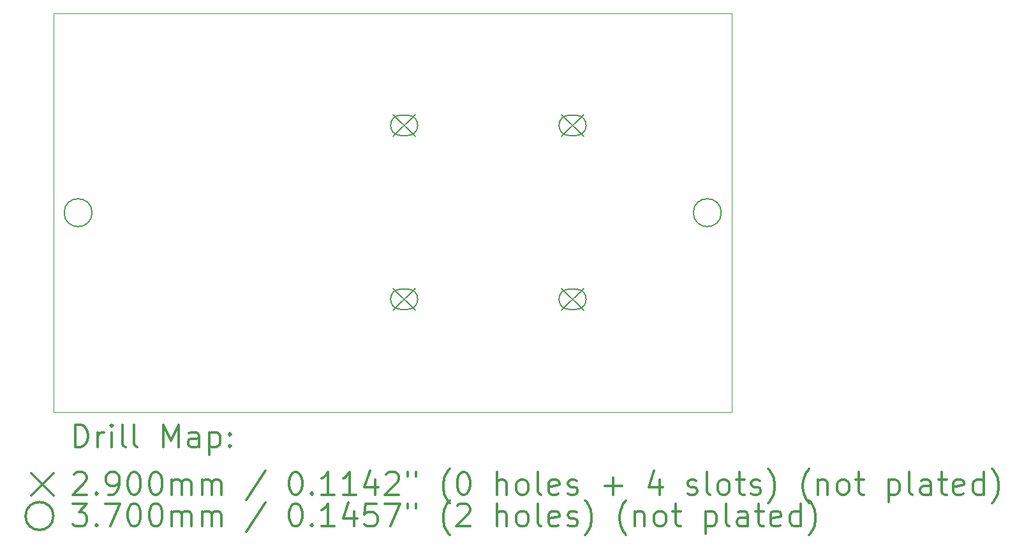
<source format=gbr>
%FSLAX45Y45*%
G04 Gerber Fmt 4.5, Leading zero omitted, Abs format (unit mm)*
G04 Created by KiCad (PCBNEW 5.1.12-84ad8e8a86~92~ubuntu20.04.1) date 2022-01-06 20:01:08*
%MOMM*%
%LPD*%
G01*
G04 APERTURE LIST*
%TA.AperFunction,Profile*%
%ADD10C,0.050000*%
%TD*%
%ADD11C,0.200000*%
%ADD12C,0.300000*%
G04 APERTURE END LIST*
D10*
X5000000Y-10300000D02*
X5000000Y-5000000D01*
X14000000Y-10300000D02*
X5000000Y-10300000D01*
X14000000Y-5000000D02*
X14000000Y-10300000D01*
X5000000Y-5000000D02*
X14000000Y-5000000D01*
D11*
X9507000Y-6344700D02*
X9797000Y-6634700D01*
X9797000Y-6344700D02*
X9507000Y-6634700D01*
X9697000Y-6354700D02*
X9607000Y-6354700D01*
X9697000Y-6624700D02*
X9607000Y-6624700D01*
X9607000Y-6354700D02*
G75*
G03*
X9607000Y-6624700I0J-135000D01*
G01*
X9697000Y-6624700D02*
G75*
G03*
X9697000Y-6354700I0J135000D01*
G01*
X9507000Y-8656100D02*
X9797000Y-8946100D01*
X9797000Y-8656100D02*
X9507000Y-8946100D01*
X9697000Y-8666100D02*
X9607000Y-8666100D01*
X9697000Y-8936100D02*
X9607000Y-8936100D01*
X9607000Y-8666100D02*
G75*
G03*
X9607000Y-8936100I0J-135000D01*
G01*
X9697000Y-8936100D02*
G75*
G03*
X9697000Y-8666100I0J135000D01*
G01*
X11742200Y-6344700D02*
X12032200Y-6634700D01*
X12032200Y-6344700D02*
X11742200Y-6634700D01*
X11932200Y-6354700D02*
X11842200Y-6354700D01*
X11932200Y-6624700D02*
X11842200Y-6624700D01*
X11842200Y-6354700D02*
G75*
G03*
X11842200Y-6624700I0J-135000D01*
G01*
X11932200Y-6624700D02*
G75*
G03*
X11932200Y-6354700I0J135000D01*
G01*
X11742200Y-8656100D02*
X12032200Y-8946100D01*
X12032200Y-8656100D02*
X11742200Y-8946100D01*
X11932200Y-8666100D02*
X11842200Y-8666100D01*
X11932200Y-8936100D02*
X11842200Y-8936100D01*
X11842200Y-8666100D02*
G75*
G03*
X11842200Y-8936100I0J-135000D01*
G01*
X11932200Y-8936100D02*
G75*
G03*
X11932200Y-8666100I0J135000D01*
G01*
X5510000Y-7650000D02*
G75*
G03*
X5510000Y-7650000I-185000J0D01*
G01*
X13860000Y-7650000D02*
G75*
G03*
X13860000Y-7650000I-185000J0D01*
G01*
D12*
X5283928Y-10768214D02*
X5283928Y-10468214D01*
X5355357Y-10468214D01*
X5398214Y-10482500D01*
X5426786Y-10511072D01*
X5441071Y-10539643D01*
X5455357Y-10596786D01*
X5455357Y-10639643D01*
X5441071Y-10696786D01*
X5426786Y-10725357D01*
X5398214Y-10753929D01*
X5355357Y-10768214D01*
X5283928Y-10768214D01*
X5583928Y-10768214D02*
X5583928Y-10568214D01*
X5583928Y-10625357D02*
X5598214Y-10596786D01*
X5612500Y-10582500D01*
X5641071Y-10568214D01*
X5669643Y-10568214D01*
X5769643Y-10768214D02*
X5769643Y-10568214D01*
X5769643Y-10468214D02*
X5755357Y-10482500D01*
X5769643Y-10496786D01*
X5783928Y-10482500D01*
X5769643Y-10468214D01*
X5769643Y-10496786D01*
X5955357Y-10768214D02*
X5926786Y-10753929D01*
X5912500Y-10725357D01*
X5912500Y-10468214D01*
X6112500Y-10768214D02*
X6083928Y-10753929D01*
X6069643Y-10725357D01*
X6069643Y-10468214D01*
X6455357Y-10768214D02*
X6455357Y-10468214D01*
X6555357Y-10682500D01*
X6655357Y-10468214D01*
X6655357Y-10768214D01*
X6926786Y-10768214D02*
X6926786Y-10611072D01*
X6912500Y-10582500D01*
X6883928Y-10568214D01*
X6826786Y-10568214D01*
X6798214Y-10582500D01*
X6926786Y-10753929D02*
X6898214Y-10768214D01*
X6826786Y-10768214D01*
X6798214Y-10753929D01*
X6783928Y-10725357D01*
X6783928Y-10696786D01*
X6798214Y-10668214D01*
X6826786Y-10653929D01*
X6898214Y-10653929D01*
X6926786Y-10639643D01*
X7069643Y-10568214D02*
X7069643Y-10868214D01*
X7069643Y-10582500D02*
X7098214Y-10568214D01*
X7155357Y-10568214D01*
X7183928Y-10582500D01*
X7198214Y-10596786D01*
X7212500Y-10625357D01*
X7212500Y-10711072D01*
X7198214Y-10739643D01*
X7183928Y-10753929D01*
X7155357Y-10768214D01*
X7098214Y-10768214D01*
X7069643Y-10753929D01*
X7341071Y-10739643D02*
X7355357Y-10753929D01*
X7341071Y-10768214D01*
X7326786Y-10753929D01*
X7341071Y-10739643D01*
X7341071Y-10768214D01*
X7341071Y-10582500D02*
X7355357Y-10596786D01*
X7341071Y-10611072D01*
X7326786Y-10596786D01*
X7341071Y-10582500D01*
X7341071Y-10611072D01*
X4707500Y-11117500D02*
X4997500Y-11407500D01*
X4997500Y-11117500D02*
X4707500Y-11407500D01*
X5269643Y-11126786D02*
X5283928Y-11112500D01*
X5312500Y-11098214D01*
X5383928Y-11098214D01*
X5412500Y-11112500D01*
X5426786Y-11126786D01*
X5441071Y-11155357D01*
X5441071Y-11183929D01*
X5426786Y-11226786D01*
X5255357Y-11398214D01*
X5441071Y-11398214D01*
X5569643Y-11369643D02*
X5583928Y-11383929D01*
X5569643Y-11398214D01*
X5555357Y-11383929D01*
X5569643Y-11369643D01*
X5569643Y-11398214D01*
X5726786Y-11398214D02*
X5783928Y-11398214D01*
X5812500Y-11383929D01*
X5826786Y-11369643D01*
X5855357Y-11326786D01*
X5869643Y-11269643D01*
X5869643Y-11155357D01*
X5855357Y-11126786D01*
X5841071Y-11112500D01*
X5812500Y-11098214D01*
X5755357Y-11098214D01*
X5726786Y-11112500D01*
X5712500Y-11126786D01*
X5698214Y-11155357D01*
X5698214Y-11226786D01*
X5712500Y-11255357D01*
X5726786Y-11269643D01*
X5755357Y-11283929D01*
X5812500Y-11283929D01*
X5841071Y-11269643D01*
X5855357Y-11255357D01*
X5869643Y-11226786D01*
X6055357Y-11098214D02*
X6083928Y-11098214D01*
X6112500Y-11112500D01*
X6126786Y-11126786D01*
X6141071Y-11155357D01*
X6155357Y-11212500D01*
X6155357Y-11283929D01*
X6141071Y-11341071D01*
X6126786Y-11369643D01*
X6112500Y-11383929D01*
X6083928Y-11398214D01*
X6055357Y-11398214D01*
X6026786Y-11383929D01*
X6012500Y-11369643D01*
X5998214Y-11341071D01*
X5983928Y-11283929D01*
X5983928Y-11212500D01*
X5998214Y-11155357D01*
X6012500Y-11126786D01*
X6026786Y-11112500D01*
X6055357Y-11098214D01*
X6341071Y-11098214D02*
X6369643Y-11098214D01*
X6398214Y-11112500D01*
X6412500Y-11126786D01*
X6426786Y-11155357D01*
X6441071Y-11212500D01*
X6441071Y-11283929D01*
X6426786Y-11341071D01*
X6412500Y-11369643D01*
X6398214Y-11383929D01*
X6369643Y-11398214D01*
X6341071Y-11398214D01*
X6312500Y-11383929D01*
X6298214Y-11369643D01*
X6283928Y-11341071D01*
X6269643Y-11283929D01*
X6269643Y-11212500D01*
X6283928Y-11155357D01*
X6298214Y-11126786D01*
X6312500Y-11112500D01*
X6341071Y-11098214D01*
X6569643Y-11398214D02*
X6569643Y-11198214D01*
X6569643Y-11226786D02*
X6583928Y-11212500D01*
X6612500Y-11198214D01*
X6655357Y-11198214D01*
X6683928Y-11212500D01*
X6698214Y-11241071D01*
X6698214Y-11398214D01*
X6698214Y-11241071D02*
X6712500Y-11212500D01*
X6741071Y-11198214D01*
X6783928Y-11198214D01*
X6812500Y-11212500D01*
X6826786Y-11241071D01*
X6826786Y-11398214D01*
X6969643Y-11398214D02*
X6969643Y-11198214D01*
X6969643Y-11226786D02*
X6983928Y-11212500D01*
X7012500Y-11198214D01*
X7055357Y-11198214D01*
X7083928Y-11212500D01*
X7098214Y-11241071D01*
X7098214Y-11398214D01*
X7098214Y-11241071D02*
X7112500Y-11212500D01*
X7141071Y-11198214D01*
X7183928Y-11198214D01*
X7212500Y-11212500D01*
X7226786Y-11241071D01*
X7226786Y-11398214D01*
X7812500Y-11083929D02*
X7555357Y-11469643D01*
X8198214Y-11098214D02*
X8226786Y-11098214D01*
X8255357Y-11112500D01*
X8269643Y-11126786D01*
X8283928Y-11155357D01*
X8298214Y-11212500D01*
X8298214Y-11283929D01*
X8283928Y-11341071D01*
X8269643Y-11369643D01*
X8255357Y-11383929D01*
X8226786Y-11398214D01*
X8198214Y-11398214D01*
X8169643Y-11383929D01*
X8155357Y-11369643D01*
X8141071Y-11341071D01*
X8126786Y-11283929D01*
X8126786Y-11212500D01*
X8141071Y-11155357D01*
X8155357Y-11126786D01*
X8169643Y-11112500D01*
X8198214Y-11098214D01*
X8426786Y-11369643D02*
X8441071Y-11383929D01*
X8426786Y-11398214D01*
X8412500Y-11383929D01*
X8426786Y-11369643D01*
X8426786Y-11398214D01*
X8726786Y-11398214D02*
X8555357Y-11398214D01*
X8641071Y-11398214D02*
X8641071Y-11098214D01*
X8612500Y-11141072D01*
X8583928Y-11169643D01*
X8555357Y-11183929D01*
X9012500Y-11398214D02*
X8841071Y-11398214D01*
X8926786Y-11398214D02*
X8926786Y-11098214D01*
X8898214Y-11141072D01*
X8869643Y-11169643D01*
X8841071Y-11183929D01*
X9269643Y-11198214D02*
X9269643Y-11398214D01*
X9198214Y-11083929D02*
X9126786Y-11298214D01*
X9312500Y-11298214D01*
X9412500Y-11126786D02*
X9426786Y-11112500D01*
X9455357Y-11098214D01*
X9526786Y-11098214D01*
X9555357Y-11112500D01*
X9569643Y-11126786D01*
X9583928Y-11155357D01*
X9583928Y-11183929D01*
X9569643Y-11226786D01*
X9398214Y-11398214D01*
X9583928Y-11398214D01*
X9698214Y-11098214D02*
X9698214Y-11155357D01*
X9812500Y-11098214D02*
X9812500Y-11155357D01*
X10255357Y-11512500D02*
X10241071Y-11498214D01*
X10212500Y-11455357D01*
X10198214Y-11426786D01*
X10183928Y-11383929D01*
X10169643Y-11312500D01*
X10169643Y-11255357D01*
X10183928Y-11183929D01*
X10198214Y-11141072D01*
X10212500Y-11112500D01*
X10241071Y-11069643D01*
X10255357Y-11055357D01*
X10426786Y-11098214D02*
X10455357Y-11098214D01*
X10483928Y-11112500D01*
X10498214Y-11126786D01*
X10512500Y-11155357D01*
X10526786Y-11212500D01*
X10526786Y-11283929D01*
X10512500Y-11341071D01*
X10498214Y-11369643D01*
X10483928Y-11383929D01*
X10455357Y-11398214D01*
X10426786Y-11398214D01*
X10398214Y-11383929D01*
X10383928Y-11369643D01*
X10369643Y-11341071D01*
X10355357Y-11283929D01*
X10355357Y-11212500D01*
X10369643Y-11155357D01*
X10383928Y-11126786D01*
X10398214Y-11112500D01*
X10426786Y-11098214D01*
X10883928Y-11398214D02*
X10883928Y-11098214D01*
X11012500Y-11398214D02*
X11012500Y-11241071D01*
X10998214Y-11212500D01*
X10969643Y-11198214D01*
X10926786Y-11198214D01*
X10898214Y-11212500D01*
X10883928Y-11226786D01*
X11198214Y-11398214D02*
X11169643Y-11383929D01*
X11155357Y-11369643D01*
X11141071Y-11341071D01*
X11141071Y-11255357D01*
X11155357Y-11226786D01*
X11169643Y-11212500D01*
X11198214Y-11198214D01*
X11241071Y-11198214D01*
X11269643Y-11212500D01*
X11283928Y-11226786D01*
X11298214Y-11255357D01*
X11298214Y-11341071D01*
X11283928Y-11369643D01*
X11269643Y-11383929D01*
X11241071Y-11398214D01*
X11198214Y-11398214D01*
X11469643Y-11398214D02*
X11441071Y-11383929D01*
X11426786Y-11355357D01*
X11426786Y-11098214D01*
X11698214Y-11383929D02*
X11669643Y-11398214D01*
X11612500Y-11398214D01*
X11583928Y-11383929D01*
X11569643Y-11355357D01*
X11569643Y-11241071D01*
X11583928Y-11212500D01*
X11612500Y-11198214D01*
X11669643Y-11198214D01*
X11698214Y-11212500D01*
X11712500Y-11241071D01*
X11712500Y-11269643D01*
X11569643Y-11298214D01*
X11826786Y-11383929D02*
X11855357Y-11398214D01*
X11912500Y-11398214D01*
X11941071Y-11383929D01*
X11955357Y-11355357D01*
X11955357Y-11341071D01*
X11941071Y-11312500D01*
X11912500Y-11298214D01*
X11869643Y-11298214D01*
X11841071Y-11283929D01*
X11826786Y-11255357D01*
X11826786Y-11241071D01*
X11841071Y-11212500D01*
X11869643Y-11198214D01*
X11912500Y-11198214D01*
X11941071Y-11212500D01*
X12312500Y-11283929D02*
X12541071Y-11283929D01*
X12426786Y-11398214D02*
X12426786Y-11169643D01*
X13041071Y-11198214D02*
X13041071Y-11398214D01*
X12969643Y-11083929D02*
X12898214Y-11298214D01*
X13083928Y-11298214D01*
X13412500Y-11383929D02*
X13441071Y-11398214D01*
X13498214Y-11398214D01*
X13526786Y-11383929D01*
X13541071Y-11355357D01*
X13541071Y-11341071D01*
X13526786Y-11312500D01*
X13498214Y-11298214D01*
X13455357Y-11298214D01*
X13426786Y-11283929D01*
X13412500Y-11255357D01*
X13412500Y-11241071D01*
X13426786Y-11212500D01*
X13455357Y-11198214D01*
X13498214Y-11198214D01*
X13526786Y-11212500D01*
X13712500Y-11398214D02*
X13683928Y-11383929D01*
X13669643Y-11355357D01*
X13669643Y-11098214D01*
X13869643Y-11398214D02*
X13841071Y-11383929D01*
X13826786Y-11369643D01*
X13812500Y-11341071D01*
X13812500Y-11255357D01*
X13826786Y-11226786D01*
X13841071Y-11212500D01*
X13869643Y-11198214D01*
X13912500Y-11198214D01*
X13941071Y-11212500D01*
X13955357Y-11226786D01*
X13969643Y-11255357D01*
X13969643Y-11341071D01*
X13955357Y-11369643D01*
X13941071Y-11383929D01*
X13912500Y-11398214D01*
X13869643Y-11398214D01*
X14055357Y-11198214D02*
X14169643Y-11198214D01*
X14098214Y-11098214D02*
X14098214Y-11355357D01*
X14112500Y-11383929D01*
X14141071Y-11398214D01*
X14169643Y-11398214D01*
X14255357Y-11383929D02*
X14283928Y-11398214D01*
X14341071Y-11398214D01*
X14369643Y-11383929D01*
X14383928Y-11355357D01*
X14383928Y-11341071D01*
X14369643Y-11312500D01*
X14341071Y-11298214D01*
X14298214Y-11298214D01*
X14269643Y-11283929D01*
X14255357Y-11255357D01*
X14255357Y-11241071D01*
X14269643Y-11212500D01*
X14298214Y-11198214D01*
X14341071Y-11198214D01*
X14369643Y-11212500D01*
X14483928Y-11512500D02*
X14498214Y-11498214D01*
X14526786Y-11455357D01*
X14541071Y-11426786D01*
X14555357Y-11383929D01*
X14569643Y-11312500D01*
X14569643Y-11255357D01*
X14555357Y-11183929D01*
X14541071Y-11141072D01*
X14526786Y-11112500D01*
X14498214Y-11069643D01*
X14483928Y-11055357D01*
X15026786Y-11512500D02*
X15012500Y-11498214D01*
X14983928Y-11455357D01*
X14969643Y-11426786D01*
X14955357Y-11383929D01*
X14941071Y-11312500D01*
X14941071Y-11255357D01*
X14955357Y-11183929D01*
X14969643Y-11141072D01*
X14983928Y-11112500D01*
X15012500Y-11069643D01*
X15026786Y-11055357D01*
X15141071Y-11198214D02*
X15141071Y-11398214D01*
X15141071Y-11226786D02*
X15155357Y-11212500D01*
X15183928Y-11198214D01*
X15226786Y-11198214D01*
X15255357Y-11212500D01*
X15269643Y-11241071D01*
X15269643Y-11398214D01*
X15455357Y-11398214D02*
X15426786Y-11383929D01*
X15412500Y-11369643D01*
X15398214Y-11341071D01*
X15398214Y-11255357D01*
X15412500Y-11226786D01*
X15426786Y-11212500D01*
X15455357Y-11198214D01*
X15498214Y-11198214D01*
X15526786Y-11212500D01*
X15541071Y-11226786D01*
X15555357Y-11255357D01*
X15555357Y-11341071D01*
X15541071Y-11369643D01*
X15526786Y-11383929D01*
X15498214Y-11398214D01*
X15455357Y-11398214D01*
X15641071Y-11198214D02*
X15755357Y-11198214D01*
X15683928Y-11098214D02*
X15683928Y-11355357D01*
X15698214Y-11383929D01*
X15726786Y-11398214D01*
X15755357Y-11398214D01*
X16083928Y-11198214D02*
X16083928Y-11498214D01*
X16083928Y-11212500D02*
X16112500Y-11198214D01*
X16169643Y-11198214D01*
X16198214Y-11212500D01*
X16212500Y-11226786D01*
X16226786Y-11255357D01*
X16226786Y-11341071D01*
X16212500Y-11369643D01*
X16198214Y-11383929D01*
X16169643Y-11398214D01*
X16112500Y-11398214D01*
X16083928Y-11383929D01*
X16398214Y-11398214D02*
X16369643Y-11383929D01*
X16355357Y-11355357D01*
X16355357Y-11098214D01*
X16641071Y-11398214D02*
X16641071Y-11241071D01*
X16626786Y-11212500D01*
X16598214Y-11198214D01*
X16541071Y-11198214D01*
X16512500Y-11212500D01*
X16641071Y-11383929D02*
X16612500Y-11398214D01*
X16541071Y-11398214D01*
X16512500Y-11383929D01*
X16498214Y-11355357D01*
X16498214Y-11326786D01*
X16512500Y-11298214D01*
X16541071Y-11283929D01*
X16612500Y-11283929D01*
X16641071Y-11269643D01*
X16741071Y-11198214D02*
X16855357Y-11198214D01*
X16783928Y-11098214D02*
X16783928Y-11355357D01*
X16798214Y-11383929D01*
X16826786Y-11398214D01*
X16855357Y-11398214D01*
X17069643Y-11383929D02*
X17041071Y-11398214D01*
X16983928Y-11398214D01*
X16955357Y-11383929D01*
X16941071Y-11355357D01*
X16941071Y-11241071D01*
X16955357Y-11212500D01*
X16983928Y-11198214D01*
X17041071Y-11198214D01*
X17069643Y-11212500D01*
X17083928Y-11241071D01*
X17083928Y-11269643D01*
X16941071Y-11298214D01*
X17341071Y-11398214D02*
X17341071Y-11098214D01*
X17341071Y-11383929D02*
X17312500Y-11398214D01*
X17255357Y-11398214D01*
X17226786Y-11383929D01*
X17212500Y-11369643D01*
X17198214Y-11341071D01*
X17198214Y-11255357D01*
X17212500Y-11226786D01*
X17226786Y-11212500D01*
X17255357Y-11198214D01*
X17312500Y-11198214D01*
X17341071Y-11212500D01*
X17455357Y-11512500D02*
X17469643Y-11498214D01*
X17498214Y-11455357D01*
X17512500Y-11426786D01*
X17526786Y-11383929D01*
X17541071Y-11312500D01*
X17541071Y-11255357D01*
X17526786Y-11183929D01*
X17512500Y-11141072D01*
X17498214Y-11112500D01*
X17469643Y-11069643D01*
X17455357Y-11055357D01*
X4997500Y-11682500D02*
G75*
G03*
X4997500Y-11682500I-185000J0D01*
G01*
X5255357Y-11518214D02*
X5441071Y-11518214D01*
X5341071Y-11632500D01*
X5383928Y-11632500D01*
X5412500Y-11646786D01*
X5426786Y-11661071D01*
X5441071Y-11689643D01*
X5441071Y-11761071D01*
X5426786Y-11789643D01*
X5412500Y-11803929D01*
X5383928Y-11818214D01*
X5298214Y-11818214D01*
X5269643Y-11803929D01*
X5255357Y-11789643D01*
X5569643Y-11789643D02*
X5583928Y-11803929D01*
X5569643Y-11818214D01*
X5555357Y-11803929D01*
X5569643Y-11789643D01*
X5569643Y-11818214D01*
X5683928Y-11518214D02*
X5883928Y-11518214D01*
X5755357Y-11818214D01*
X6055357Y-11518214D02*
X6083928Y-11518214D01*
X6112500Y-11532500D01*
X6126786Y-11546786D01*
X6141071Y-11575357D01*
X6155357Y-11632500D01*
X6155357Y-11703929D01*
X6141071Y-11761071D01*
X6126786Y-11789643D01*
X6112500Y-11803929D01*
X6083928Y-11818214D01*
X6055357Y-11818214D01*
X6026786Y-11803929D01*
X6012500Y-11789643D01*
X5998214Y-11761071D01*
X5983928Y-11703929D01*
X5983928Y-11632500D01*
X5998214Y-11575357D01*
X6012500Y-11546786D01*
X6026786Y-11532500D01*
X6055357Y-11518214D01*
X6341071Y-11518214D02*
X6369643Y-11518214D01*
X6398214Y-11532500D01*
X6412500Y-11546786D01*
X6426786Y-11575357D01*
X6441071Y-11632500D01*
X6441071Y-11703929D01*
X6426786Y-11761071D01*
X6412500Y-11789643D01*
X6398214Y-11803929D01*
X6369643Y-11818214D01*
X6341071Y-11818214D01*
X6312500Y-11803929D01*
X6298214Y-11789643D01*
X6283928Y-11761071D01*
X6269643Y-11703929D01*
X6269643Y-11632500D01*
X6283928Y-11575357D01*
X6298214Y-11546786D01*
X6312500Y-11532500D01*
X6341071Y-11518214D01*
X6569643Y-11818214D02*
X6569643Y-11618214D01*
X6569643Y-11646786D02*
X6583928Y-11632500D01*
X6612500Y-11618214D01*
X6655357Y-11618214D01*
X6683928Y-11632500D01*
X6698214Y-11661071D01*
X6698214Y-11818214D01*
X6698214Y-11661071D02*
X6712500Y-11632500D01*
X6741071Y-11618214D01*
X6783928Y-11618214D01*
X6812500Y-11632500D01*
X6826786Y-11661071D01*
X6826786Y-11818214D01*
X6969643Y-11818214D02*
X6969643Y-11618214D01*
X6969643Y-11646786D02*
X6983928Y-11632500D01*
X7012500Y-11618214D01*
X7055357Y-11618214D01*
X7083928Y-11632500D01*
X7098214Y-11661071D01*
X7098214Y-11818214D01*
X7098214Y-11661071D02*
X7112500Y-11632500D01*
X7141071Y-11618214D01*
X7183928Y-11618214D01*
X7212500Y-11632500D01*
X7226786Y-11661071D01*
X7226786Y-11818214D01*
X7812500Y-11503929D02*
X7555357Y-11889643D01*
X8198214Y-11518214D02*
X8226786Y-11518214D01*
X8255357Y-11532500D01*
X8269643Y-11546786D01*
X8283928Y-11575357D01*
X8298214Y-11632500D01*
X8298214Y-11703929D01*
X8283928Y-11761071D01*
X8269643Y-11789643D01*
X8255357Y-11803929D01*
X8226786Y-11818214D01*
X8198214Y-11818214D01*
X8169643Y-11803929D01*
X8155357Y-11789643D01*
X8141071Y-11761071D01*
X8126786Y-11703929D01*
X8126786Y-11632500D01*
X8141071Y-11575357D01*
X8155357Y-11546786D01*
X8169643Y-11532500D01*
X8198214Y-11518214D01*
X8426786Y-11789643D02*
X8441071Y-11803929D01*
X8426786Y-11818214D01*
X8412500Y-11803929D01*
X8426786Y-11789643D01*
X8426786Y-11818214D01*
X8726786Y-11818214D02*
X8555357Y-11818214D01*
X8641071Y-11818214D02*
X8641071Y-11518214D01*
X8612500Y-11561071D01*
X8583928Y-11589643D01*
X8555357Y-11603929D01*
X8983928Y-11618214D02*
X8983928Y-11818214D01*
X8912500Y-11503929D02*
X8841071Y-11718214D01*
X9026786Y-11718214D01*
X9283928Y-11518214D02*
X9141071Y-11518214D01*
X9126786Y-11661071D01*
X9141071Y-11646786D01*
X9169643Y-11632500D01*
X9241071Y-11632500D01*
X9269643Y-11646786D01*
X9283928Y-11661071D01*
X9298214Y-11689643D01*
X9298214Y-11761071D01*
X9283928Y-11789643D01*
X9269643Y-11803929D01*
X9241071Y-11818214D01*
X9169643Y-11818214D01*
X9141071Y-11803929D01*
X9126786Y-11789643D01*
X9398214Y-11518214D02*
X9598214Y-11518214D01*
X9469643Y-11818214D01*
X9698214Y-11518214D02*
X9698214Y-11575357D01*
X9812500Y-11518214D02*
X9812500Y-11575357D01*
X10255357Y-11932500D02*
X10241071Y-11918214D01*
X10212500Y-11875357D01*
X10198214Y-11846786D01*
X10183928Y-11803929D01*
X10169643Y-11732500D01*
X10169643Y-11675357D01*
X10183928Y-11603929D01*
X10198214Y-11561071D01*
X10212500Y-11532500D01*
X10241071Y-11489643D01*
X10255357Y-11475357D01*
X10355357Y-11546786D02*
X10369643Y-11532500D01*
X10398214Y-11518214D01*
X10469643Y-11518214D01*
X10498214Y-11532500D01*
X10512500Y-11546786D01*
X10526786Y-11575357D01*
X10526786Y-11603929D01*
X10512500Y-11646786D01*
X10341071Y-11818214D01*
X10526786Y-11818214D01*
X10883928Y-11818214D02*
X10883928Y-11518214D01*
X11012500Y-11818214D02*
X11012500Y-11661071D01*
X10998214Y-11632500D01*
X10969643Y-11618214D01*
X10926786Y-11618214D01*
X10898214Y-11632500D01*
X10883928Y-11646786D01*
X11198214Y-11818214D02*
X11169643Y-11803929D01*
X11155357Y-11789643D01*
X11141071Y-11761071D01*
X11141071Y-11675357D01*
X11155357Y-11646786D01*
X11169643Y-11632500D01*
X11198214Y-11618214D01*
X11241071Y-11618214D01*
X11269643Y-11632500D01*
X11283928Y-11646786D01*
X11298214Y-11675357D01*
X11298214Y-11761071D01*
X11283928Y-11789643D01*
X11269643Y-11803929D01*
X11241071Y-11818214D01*
X11198214Y-11818214D01*
X11469643Y-11818214D02*
X11441071Y-11803929D01*
X11426786Y-11775357D01*
X11426786Y-11518214D01*
X11698214Y-11803929D02*
X11669643Y-11818214D01*
X11612500Y-11818214D01*
X11583928Y-11803929D01*
X11569643Y-11775357D01*
X11569643Y-11661071D01*
X11583928Y-11632500D01*
X11612500Y-11618214D01*
X11669643Y-11618214D01*
X11698214Y-11632500D01*
X11712500Y-11661071D01*
X11712500Y-11689643D01*
X11569643Y-11718214D01*
X11826786Y-11803929D02*
X11855357Y-11818214D01*
X11912500Y-11818214D01*
X11941071Y-11803929D01*
X11955357Y-11775357D01*
X11955357Y-11761071D01*
X11941071Y-11732500D01*
X11912500Y-11718214D01*
X11869643Y-11718214D01*
X11841071Y-11703929D01*
X11826786Y-11675357D01*
X11826786Y-11661071D01*
X11841071Y-11632500D01*
X11869643Y-11618214D01*
X11912500Y-11618214D01*
X11941071Y-11632500D01*
X12055357Y-11932500D02*
X12069643Y-11918214D01*
X12098214Y-11875357D01*
X12112500Y-11846786D01*
X12126786Y-11803929D01*
X12141071Y-11732500D01*
X12141071Y-11675357D01*
X12126786Y-11603929D01*
X12112500Y-11561071D01*
X12098214Y-11532500D01*
X12069643Y-11489643D01*
X12055357Y-11475357D01*
X12598214Y-11932500D02*
X12583928Y-11918214D01*
X12555357Y-11875357D01*
X12541071Y-11846786D01*
X12526786Y-11803929D01*
X12512500Y-11732500D01*
X12512500Y-11675357D01*
X12526786Y-11603929D01*
X12541071Y-11561071D01*
X12555357Y-11532500D01*
X12583928Y-11489643D01*
X12598214Y-11475357D01*
X12712500Y-11618214D02*
X12712500Y-11818214D01*
X12712500Y-11646786D02*
X12726786Y-11632500D01*
X12755357Y-11618214D01*
X12798214Y-11618214D01*
X12826786Y-11632500D01*
X12841071Y-11661071D01*
X12841071Y-11818214D01*
X13026786Y-11818214D02*
X12998214Y-11803929D01*
X12983928Y-11789643D01*
X12969643Y-11761071D01*
X12969643Y-11675357D01*
X12983928Y-11646786D01*
X12998214Y-11632500D01*
X13026786Y-11618214D01*
X13069643Y-11618214D01*
X13098214Y-11632500D01*
X13112500Y-11646786D01*
X13126786Y-11675357D01*
X13126786Y-11761071D01*
X13112500Y-11789643D01*
X13098214Y-11803929D01*
X13069643Y-11818214D01*
X13026786Y-11818214D01*
X13212500Y-11618214D02*
X13326786Y-11618214D01*
X13255357Y-11518214D02*
X13255357Y-11775357D01*
X13269643Y-11803929D01*
X13298214Y-11818214D01*
X13326786Y-11818214D01*
X13655357Y-11618214D02*
X13655357Y-11918214D01*
X13655357Y-11632500D02*
X13683928Y-11618214D01*
X13741071Y-11618214D01*
X13769643Y-11632500D01*
X13783928Y-11646786D01*
X13798214Y-11675357D01*
X13798214Y-11761071D01*
X13783928Y-11789643D01*
X13769643Y-11803929D01*
X13741071Y-11818214D01*
X13683928Y-11818214D01*
X13655357Y-11803929D01*
X13969643Y-11818214D02*
X13941071Y-11803929D01*
X13926786Y-11775357D01*
X13926786Y-11518214D01*
X14212500Y-11818214D02*
X14212500Y-11661071D01*
X14198214Y-11632500D01*
X14169643Y-11618214D01*
X14112500Y-11618214D01*
X14083928Y-11632500D01*
X14212500Y-11803929D02*
X14183928Y-11818214D01*
X14112500Y-11818214D01*
X14083928Y-11803929D01*
X14069643Y-11775357D01*
X14069643Y-11746786D01*
X14083928Y-11718214D01*
X14112500Y-11703929D01*
X14183928Y-11703929D01*
X14212500Y-11689643D01*
X14312500Y-11618214D02*
X14426786Y-11618214D01*
X14355357Y-11518214D02*
X14355357Y-11775357D01*
X14369643Y-11803929D01*
X14398214Y-11818214D01*
X14426786Y-11818214D01*
X14641071Y-11803929D02*
X14612500Y-11818214D01*
X14555357Y-11818214D01*
X14526786Y-11803929D01*
X14512500Y-11775357D01*
X14512500Y-11661071D01*
X14526786Y-11632500D01*
X14555357Y-11618214D01*
X14612500Y-11618214D01*
X14641071Y-11632500D01*
X14655357Y-11661071D01*
X14655357Y-11689643D01*
X14512500Y-11718214D01*
X14912500Y-11818214D02*
X14912500Y-11518214D01*
X14912500Y-11803929D02*
X14883928Y-11818214D01*
X14826786Y-11818214D01*
X14798214Y-11803929D01*
X14783928Y-11789643D01*
X14769643Y-11761071D01*
X14769643Y-11675357D01*
X14783928Y-11646786D01*
X14798214Y-11632500D01*
X14826786Y-11618214D01*
X14883928Y-11618214D01*
X14912500Y-11632500D01*
X15026786Y-11932500D02*
X15041071Y-11918214D01*
X15069643Y-11875357D01*
X15083928Y-11846786D01*
X15098214Y-11803929D01*
X15112500Y-11732500D01*
X15112500Y-11675357D01*
X15098214Y-11603929D01*
X15083928Y-11561071D01*
X15069643Y-11532500D01*
X15041071Y-11489643D01*
X15026786Y-11475357D01*
M02*

</source>
